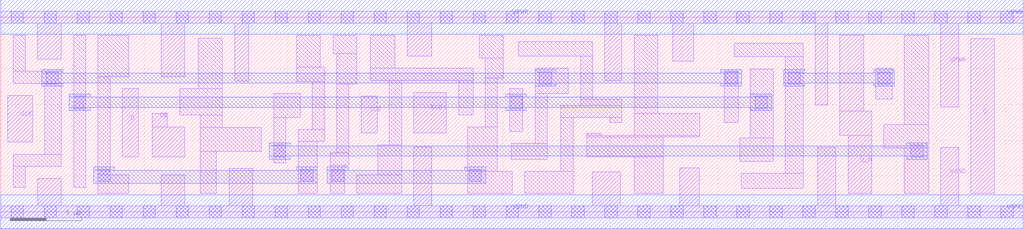
<source format=lef>
# Copyright 2020 The SkyWater PDK Authors
#
# Licensed under the Apache License, Version 2.0 (the "License");
# you may not use this file except in compliance with the License.
# You may obtain a copy of the License at
#
#     https://www.apache.org/licenses/LICENSE-2.0
#
# Unless required by applicable law or agreed to in writing, software
# distributed under the License is distributed on an "AS IS" BASIS,
# WITHOUT WARRANTIES OR CONDITIONS OF ANY KIND, either express or implied.
# See the License for the specific language governing permissions and
# limitations under the License.
#
# SPDX-License-Identifier: Apache-2.0

VERSION 5.7 ;
  NAMESCASESENSITIVE ON ;
  NOWIREEXTENSIONATPIN ON ;
  DIVIDERCHAR "/" ;
  BUSBITCHARS "[]" ;
UNITS
  DATABASE MICRONS 200 ;
END UNITS
MACRO sky130_fd_sc_hd__sedfxbp_1
  CLASS CORE ;
  SOURCE USER ;
  FOREIGN sky130_fd_sc_hd__sedfxbp_1 ;
  ORIGIN  0.000000  0.000000 ;
  SIZE  14.26000 BY  2.720000 ;
  SYMMETRY X Y R90 ;
  SITE unithd ;
  PIN D
    ANTENNAGATEAREA  0.159000 ;
    DIRECTION INPUT ;
    USE SIGNAL ;
    PORT
      LAYER li1 ;
        RECT 1.695000 0.765000 1.915000 1.720000 ;
    END
  END D
  PIN DE
    ANTENNAGATEAREA  0.318000 ;
    DIRECTION INPUT ;
    USE SIGNAL ;
    PORT
      LAYER li1 ;
        RECT 2.110000 0.765000 2.565000 1.185000 ;
        RECT 2.110000 1.185000 2.325000 1.370000 ;
    END
  END DE
  PIN Q
    ANTENNADIFFAREA  0.462000 ;
    DIRECTION OUTPUT ;
    USE SIGNAL ;
    PORT
      LAYER li1 ;
        RECT 13.525000 0.255000 13.855000 2.420000 ;
    END
  END Q
  PIN Q_N
    ANTENNADIFFAREA  0.429000 ;
    DIRECTION OUTPUT ;
    USE SIGNAL ;
    PORT
      LAYER li1 ;
        RECT 11.700000 1.065000 12.145000 1.410000 ;
        RECT 11.700000 1.410000 12.030000 2.465000 ;
        RECT 11.815000 0.255000 12.145000 1.065000 ;
    END
  END Q_N
  PIN SCD
    ANTENNAGATEAREA  0.159000 ;
    DIRECTION INPUT ;
    USE SIGNAL ;
    PORT
      LAYER li1 ;
        RECT 5.760000 1.105000 6.215000 1.665000 ;
    END
  END SCD
  PIN SCE
    ANTENNAGATEAREA  0.318000 ;
    DIRECTION INPUT ;
    USE SIGNAL ;
    PORT
      LAYER li1 ;
        RECT 5.025000 1.105000 5.250000 1.615000 ;
    END
  END SCE
  PIN CLK
    ANTENNAGATEAREA  0.159000 ;
    DIRECTION INPUT ;
    USE CLOCK ;
    PORT
      LAYER li1 ;
        RECT 0.095000 0.975000 0.445000 1.625000 ;
    END
  END CLK
  PIN VGND
    DIRECTION INOUT ;
    SHAPE ABUTMENT ;
    USE GROUND ;
    PORT
      LAYER li1 ;
        RECT  0.000000 -0.085000 14.260000 0.085000 ;
        RECT  0.515000  0.085000  0.845000 0.465000 ;
        RECT  2.235000  0.085000  2.565000 0.515000 ;
        RECT  3.185000  0.085000  3.515000 0.610000 ;
        RECT  5.760000  0.085000  6.010000 0.905000 ;
        RECT  8.245000  0.085000  8.640000 0.560000 ;
        RECT  9.465000  0.085000  9.740000 0.615000 ;
        RECT 11.395000  0.085000 11.645000 0.900000 ;
        RECT 13.110000  0.085000 13.355000 0.900000 ;
      LAYER mcon ;
        RECT  0.145000 -0.085000  0.315000 0.085000 ;
        RECT  0.605000 -0.085000  0.775000 0.085000 ;
        RECT  1.065000 -0.085000  1.235000 0.085000 ;
        RECT  1.525000 -0.085000  1.695000 0.085000 ;
        RECT  1.985000 -0.085000  2.155000 0.085000 ;
        RECT  2.445000 -0.085000  2.615000 0.085000 ;
        RECT  2.905000 -0.085000  3.075000 0.085000 ;
        RECT  3.365000 -0.085000  3.535000 0.085000 ;
        RECT  3.825000 -0.085000  3.995000 0.085000 ;
        RECT  4.285000 -0.085000  4.455000 0.085000 ;
        RECT  4.745000 -0.085000  4.915000 0.085000 ;
        RECT  5.205000 -0.085000  5.375000 0.085000 ;
        RECT  5.665000 -0.085000  5.835000 0.085000 ;
        RECT  6.125000 -0.085000  6.295000 0.085000 ;
        RECT  6.585000 -0.085000  6.755000 0.085000 ;
        RECT  7.045000 -0.085000  7.215000 0.085000 ;
        RECT  7.505000 -0.085000  7.675000 0.085000 ;
        RECT  7.965000 -0.085000  8.135000 0.085000 ;
        RECT  8.425000 -0.085000  8.595000 0.085000 ;
        RECT  8.885000 -0.085000  9.055000 0.085000 ;
        RECT  9.345000 -0.085000  9.515000 0.085000 ;
        RECT  9.805000 -0.085000  9.975000 0.085000 ;
        RECT 10.265000 -0.085000 10.435000 0.085000 ;
        RECT 10.725000 -0.085000 10.895000 0.085000 ;
        RECT 11.185000 -0.085000 11.355000 0.085000 ;
        RECT 11.645000 -0.085000 11.815000 0.085000 ;
        RECT 12.105000 -0.085000 12.275000 0.085000 ;
        RECT 12.565000 -0.085000 12.735000 0.085000 ;
        RECT 13.025000 -0.085000 13.195000 0.085000 ;
        RECT 13.485000 -0.085000 13.655000 0.085000 ;
        RECT 13.945000 -0.085000 14.115000 0.085000 ;
      LAYER met1 ;
        RECT 0.000000 -0.240000 14.260000 0.240000 ;
    END
  END VGND
  PIN VPWR
    DIRECTION INOUT ;
    SHAPE ABUTMENT ;
    USE POWER ;
    PORT
      LAYER li1 ;
        RECT  0.000000 2.635000 14.260000 2.805000 ;
        RECT  0.515000 2.135000  0.845000 2.635000 ;
        RECT  2.235000 1.890000  2.565000 2.635000 ;
        RECT  3.265000 1.825000  3.460000 2.635000 ;
        RECT  5.665000 2.175000  6.010000 2.635000 ;
        RECT  8.425000 1.835000  8.660000 2.635000 ;
        RECT  9.370000 2.105000  9.660000 2.635000 ;
        RECT 11.360000 1.495000 11.530000 2.635000 ;
        RECT 13.110000 1.465000 13.355000 2.635000 ;
      LAYER mcon ;
        RECT  0.145000 2.635000  0.315000 2.805000 ;
        RECT  0.605000 2.635000  0.775000 2.805000 ;
        RECT  1.065000 2.635000  1.235000 2.805000 ;
        RECT  1.525000 2.635000  1.695000 2.805000 ;
        RECT  1.985000 2.635000  2.155000 2.805000 ;
        RECT  2.445000 2.635000  2.615000 2.805000 ;
        RECT  2.905000 2.635000  3.075000 2.805000 ;
        RECT  3.365000 2.635000  3.535000 2.805000 ;
        RECT  3.825000 2.635000  3.995000 2.805000 ;
        RECT  4.285000 2.635000  4.455000 2.805000 ;
        RECT  4.745000 2.635000  4.915000 2.805000 ;
        RECT  5.205000 2.635000  5.375000 2.805000 ;
        RECT  5.665000 2.635000  5.835000 2.805000 ;
        RECT  6.125000 2.635000  6.295000 2.805000 ;
        RECT  6.585000 2.635000  6.755000 2.805000 ;
        RECT  7.045000 2.635000  7.215000 2.805000 ;
        RECT  7.505000 2.635000  7.675000 2.805000 ;
        RECT  7.965000 2.635000  8.135000 2.805000 ;
        RECT  8.425000 2.635000  8.595000 2.805000 ;
        RECT  8.885000 2.635000  9.055000 2.805000 ;
        RECT  9.345000 2.635000  9.515000 2.805000 ;
        RECT  9.805000 2.635000  9.975000 2.805000 ;
        RECT 10.265000 2.635000 10.435000 2.805000 ;
        RECT 10.725000 2.635000 10.895000 2.805000 ;
        RECT 11.185000 2.635000 11.355000 2.805000 ;
        RECT 11.645000 2.635000 11.815000 2.805000 ;
        RECT 12.105000 2.635000 12.275000 2.805000 ;
        RECT 12.565000 2.635000 12.735000 2.805000 ;
        RECT 13.025000 2.635000 13.195000 2.805000 ;
        RECT 13.485000 2.635000 13.655000 2.805000 ;
        RECT 13.945000 2.635000 14.115000 2.805000 ;
      LAYER met1 ;
        RECT 0.000000 2.480000 14.260000 2.960000 ;
    END
  END VPWR
  OBS
    LAYER li1 ;
      RECT  0.175000 0.345000  0.345000 0.635000 ;
      RECT  0.175000 0.635000  0.845000 0.805000 ;
      RECT  0.175000 1.795000  0.845000 1.965000 ;
      RECT  0.175000 1.965000  0.345000 2.465000 ;
      RECT  0.615000 0.805000  0.845000 1.795000 ;
      RECT  1.015000 0.345000  1.185000 2.465000 ;
      RECT  1.355000 0.255000  1.785000 0.515000 ;
      RECT  1.355000 0.515000  1.525000 1.890000 ;
      RECT  1.355000 1.890000  1.785000 2.465000 ;
      RECT  2.495000 1.355000  3.085000 1.720000 ;
      RECT  2.755000 1.720000  3.085000 2.425000 ;
      RECT  2.780000 0.255000  3.005000 0.845000 ;
      RECT  2.780000 0.845000  3.635000 1.175000 ;
      RECT  2.780000 1.175000  3.085000 1.355000 ;
      RECT  3.805000 0.685000  3.975000 1.320000 ;
      RECT  3.805000 1.320000  4.175000 1.650000 ;
      RECT  4.125000 1.820000  4.515000 2.020000 ;
      RECT  4.125000 2.020000  4.455000 2.465000 ;
      RECT  4.145000 0.255000  4.415000 0.980000 ;
      RECT  4.145000 0.980000  4.515000 1.150000 ;
      RECT  4.345000 1.150000  4.515000 1.820000 ;
      RECT  4.595000 0.255000  4.795000 0.645000 ;
      RECT  4.595000 0.645000  4.855000 0.825000 ;
      RECT  4.635000 2.210000  4.965000 2.465000 ;
      RECT  4.685000 0.825000  4.855000 1.785000 ;
      RECT  4.685000 1.785000  4.965000 2.210000 ;
      RECT  4.965000 0.255000  5.590000 0.515000 ;
      RECT  5.155000 1.835000  6.585000 2.005000 ;
      RECT  5.155000 2.005000  5.495000 2.465000 ;
      RECT  5.260000 0.515000  5.590000 0.935000 ;
      RECT  5.420000 0.935000  5.590000 1.835000 ;
      RECT  6.385000 1.355000  6.585000 1.835000 ;
      RECT  6.515000 0.255000  7.135000 0.565000 ;
      RECT  6.515000 0.565000  6.925000 1.185000 ;
      RECT  6.675000 2.150000  7.005000 2.465000 ;
      RECT  6.755000 1.185000  6.925000 1.865000 ;
      RECT  6.755000 1.865000  7.005000 2.150000 ;
      RECT  7.095000 1.125000  7.280000 1.720000 ;
      RECT  7.115000 0.735000  7.620000 0.955000 ;
      RECT  7.215000 2.175000  8.255000 2.375000 ;
      RECT  7.305000 0.255000  7.980000 0.565000 ;
      RECT  7.450000 0.955000  7.620000 1.655000 ;
      RECT  7.450000 1.655000  7.915000 2.005000 ;
      RECT  7.810000 0.565000  7.980000 1.315000 ;
      RECT  7.810000 1.315000  8.660000 1.485000 ;
      RECT  8.085000 1.485000  8.660000 1.575000 ;
      RECT  8.085000 1.575000  8.255000 2.175000 ;
      RECT  8.170000 0.765000  9.235000 1.045000 ;
      RECT  8.170000 1.045000  9.745000 1.065000 ;
      RECT  8.170000 1.065000  8.370000 1.095000 ;
      RECT  8.490000 1.245000  8.660000 1.315000 ;
      RECT  8.830000 0.255000  9.235000 0.765000 ;
      RECT  8.830000 1.065000  9.745000 1.375000 ;
      RECT  8.830000 1.375000  9.160000 2.465000 ;
      RECT 10.090000 1.245000 10.280000 1.965000 ;
      RECT 10.225000 2.165000 11.190000 2.355000 ;
      RECT 10.305000 0.705000 10.770000 1.035000 ;
      RECT 10.325000 0.330000 11.190000 0.535000 ;
      RECT 10.450000 1.035000 10.770000 1.995000 ;
      RECT 10.940000 0.535000 11.190000 2.165000 ;
      RECT 12.200000 1.575000 12.430000 2.010000 ;
      RECT 12.315000 0.890000 12.940000 1.220000 ;
      RECT 12.600000 0.255000 12.940000 0.890000 ;
      RECT 12.600000 1.220000 12.940000 2.465000 ;
    LAYER mcon ;
      RECT  0.635000 1.785000  0.805000 1.955000 ;
      RECT  1.015000 1.445000  1.185000 1.615000 ;
      RECT  1.355000 0.425000  1.525000 0.595000 ;
      RECT  3.805000 0.765000  3.975000 0.935000 ;
      RECT  4.185000 0.425000  4.355000 0.595000 ;
      RECT  4.615000 0.425000  4.785000 0.595000 ;
      RECT  6.530000 0.425000  6.700000 0.595000 ;
      RECT  7.100000 1.445000  7.270000 1.615000 ;
      RECT  7.510000 1.785000  7.680000 1.955000 ;
      RECT 10.100000 1.785000 10.270000 1.955000 ;
      RECT 10.520000 1.445000 10.690000 1.615000 ;
      RECT 10.980000 1.785000 11.150000 1.955000 ;
      RECT 12.230000 1.785000 12.400000 1.955000 ;
      RECT 12.690000 0.765000 12.860000 0.935000 ;
    LAYER met1 ;
      RECT  0.575000 1.755000  0.865000 1.800000 ;
      RECT  0.575000 1.800000 10.330000 1.940000 ;
      RECT  0.575000 1.940000  0.865000 1.985000 ;
      RECT  0.955000 1.415000  1.245000 1.460000 ;
      RECT  0.955000 1.460000 10.750000 1.600000 ;
      RECT  0.955000 1.600000  1.245000 1.645000 ;
      RECT  1.295000 0.395000  4.415000 0.580000 ;
      RECT  1.295000 0.580000  1.585000 0.625000 ;
      RECT  3.745000 0.735000  4.035000 0.780000 ;
      RECT  3.745000 0.780000 12.920000 0.920000 ;
      RECT  3.745000 0.920000  4.035000 0.965000 ;
      RECT  4.125000 0.580000  4.415000 0.625000 ;
      RECT  4.555000 0.395000  6.760000 0.580000 ;
      RECT  4.555000 0.580000  4.845000 0.625000 ;
      RECT  6.470000 0.580000  6.760000 0.625000 ;
      RECT  7.040000 1.415000  7.330000 1.460000 ;
      RECT  7.040000 1.600000  7.330000 1.645000 ;
      RECT  7.450000 1.755000  7.740000 1.800000 ;
      RECT  7.450000 1.940000  7.740000 1.985000 ;
      RECT 10.040000 1.755000 10.330000 1.800000 ;
      RECT 10.040000 1.940000 10.330000 1.985000 ;
      RECT 10.460000 1.415000 10.750000 1.460000 ;
      RECT 10.460000 1.600000 10.750000 1.645000 ;
      RECT 10.920000 1.755000 11.210000 1.800000 ;
      RECT 10.920000 1.800000 12.460000 1.940000 ;
      RECT 10.920000 1.940000 11.210000 1.985000 ;
      RECT 12.170000 1.755000 12.460000 1.800000 ;
      RECT 12.170000 1.940000 12.460000 1.985000 ;
      RECT 12.630000 0.735000 12.920000 0.780000 ;
      RECT 12.630000 0.920000 12.920000 0.965000 ;
  END
END sky130_fd_sc_hd__sedfxbp_1
END LIBRARY

</source>
